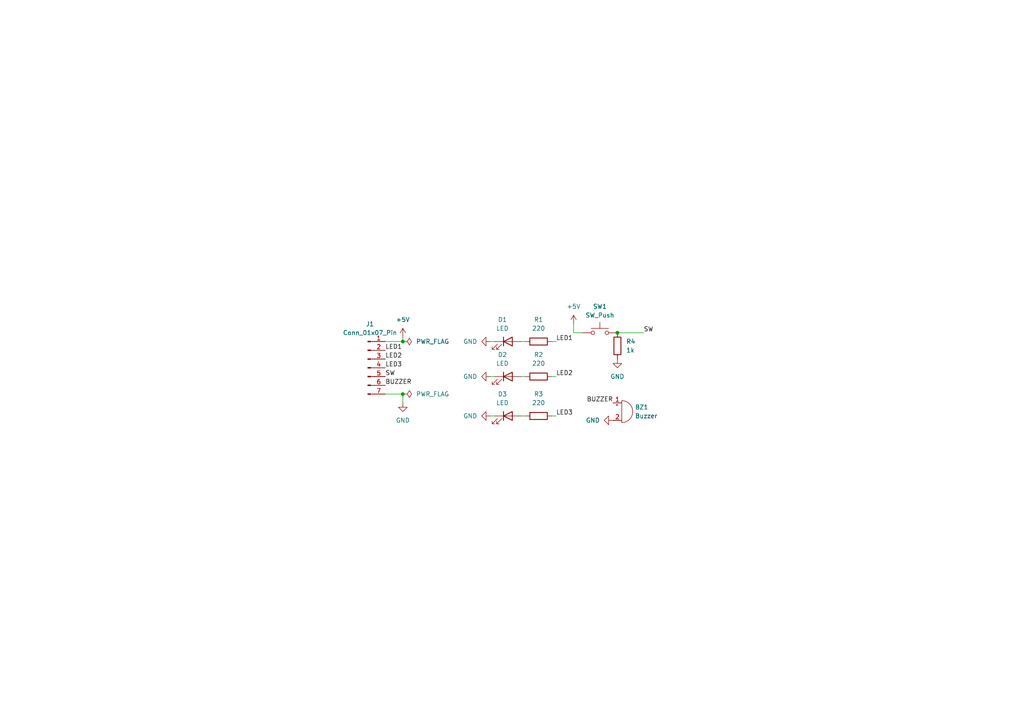
<source format=kicad_sch>
(kicad_sch (version 20230121) (generator eeschema)
  (paper "A4")
  (title_block (title "Activité Routage") (company "Ares") (comment 1 "THIONGANE Ousmane"))
  (lib_symbols
    (symbol "Connector:Conn_01x07_Pin" (pin_names (offset 1.016) hide)
      (property "Reference" "J" (at 0 10.16 0))
      (property "Value" "Conn_01x07_Pin" (at 0 -10.16 0))
      (symbol "Conn_01x07_Pin_1_1"
        (polyline (pts (xy 1.27 -7.62) (xy 0.8636 -7.62)) (stroke (width 0.1524)))
        (polyline (pts (xy 1.27 -5.08) (xy 0.8636 -5.08)) (stroke (width 0.1524)))
        (polyline (pts (xy 1.27 -2.54) (xy 0.8636 -2.54)) (stroke (width 0.1524)))
        (polyline (pts (xy 1.27 0) (xy 0.8636 0)) (stroke (width 0.1524)))
        (polyline (pts (xy 1.27 2.54) (xy 0.8636 2.54)) (stroke (width 0.1524)))
        (polyline (pts (xy 1.27 5.08) (xy 0.8636 5.08)) (stroke (width 0.1524)))
        (polyline (pts (xy 1.27 7.62) (xy 0.8636 7.62)) (stroke (width 0.1524)))
        (rectangle (start 0.8636 -7.493) (end 0 -7.747) (stroke (width 0.1524)) (fill (type outline)))
        (rectangle (start 0.8636 -4.953) (end 0 -5.207) (stroke (width 0.1524)) (fill (type outline)))
        (rectangle (start 0.8636 -2.413) (end 0 -2.667) (stroke (width 0.1524)) (fill (type outline)))
        (rectangle (start 0.8636 0.127) (end 0 -0.127) (stroke (width 0.1524)) (fill (type outline)))
        (rectangle (start 0.8636 2.667) (end 0 2.413) (stroke (width 0.1524)) (fill (type outline)))
        (rectangle (start 0.8636 5.207) (end 0 4.953) (stroke (width 0.1524)) (fill (type outline)))
        (rectangle (start 0.8636 7.747) (end 0 7.493) (stroke (width 0.1524)) (fill (type outline)))
        (pin passive line (at 5.08 7.62 180) (length 3.81) (name "Pin_1") (number "1"))
        (pin passive line (at 5.08 5.08 180) (length 3.81) (name "Pin_2") (number "2"))
        (pin passive line (at 5.08 2.54 180) (length 3.81) (name "Pin_3") (number "3"))
        (pin passive line (at 5.08 0 180) (length 3.81) (name "Pin_4") (number "4"))
        (pin passive line (at 5.08 -2.54 180) (length 3.81) (name "Pin_5") (number "5"))
        (pin passive line (at 5.08 -5.08 180) (length 3.81) (name "Pin_6") (number "6"))
        (pin passive line (at 5.08 -7.62 180) (length 3.81) (name "Pin_7") (number "7"))
      )
    )
    (symbol "Device:Buzzer" (pin_names (offset 0.0254) hide)
      (property "Reference" "BZ" (at 3.81 1.27 0))
      (property "Value" "Buzzer" (at 3.81 -1.27 0))
      (symbol "Buzzer_0_1"
        (arc (start 0 -3.175) (mid 3.1612 0) (end 0 3.175))
        (polyline (pts (xy -1.651 1.905) (xy -1.143 1.905)))
        (polyline (pts (xy -1.397 2.159) (xy -1.397 1.651)))
        (polyline (pts (xy 0 3.175) (xy 0 -3.175)))
      )
      (symbol "Buzzer_1_1"
        (pin passive line (at -2.54 2.54 0) (length 2.54) (name "-") (number "1"))
        (pin passive line (at -2.54 -2.54 0) (length 2.54) (name "+") (number "2"))
      )
    )
    (symbol "Device:LED" (pin_numbers hide) (pin_names (offset 1.016) hide)
      (property "Reference" "D" (at 0 2.54 0))
      (property "Value" "LED" (at 0 -2.54 0))
      (symbol "LED_0_1"
        (polyline (pts (xy -1.27 -1.27) (xy -1.27 1.27)) (stroke (width 0.254)))
        (polyline (pts (xy -1.27 0) (xy 1.27 0)))
        (polyline (pts (xy 1.27 -1.27) (xy 1.27 1.27) (xy -1.27 0) (xy 1.27 -1.27)) (stroke (width 0.254)))
        (polyline (pts (xy -3.048 -0.762) (xy -4.572 -2.286) (xy -3.81 -2.286) (xy -4.572 -2.286) (xy -4.572 -1.524)))
        (polyline (pts (xy -1.778 -0.762) (xy -3.302 -2.286) (xy -2.54 -2.286) (xy -3.302 -2.286) (xy -3.302 -1.524)))
      )
      (symbol "LED_1_1"
        (pin passive line (at -3.81 0 0) (length 2.54) (name "K") (number "1"))
        (pin passive line (at 3.81 0 180) (length 2.54) (name "A") (number "2"))
      )
    )
    (symbol "Device:R" (pin_numbers hide) (pin_names (offset 0))
      (property "Reference" "R" (at 2.032 0 90))
      (property "Value" "R" (at 0 0 90))
      (symbol "R_0_1"
        (rectangle (start -1.016 -2.54) (end 1.016 2.54) (stroke (width 0.254)))
      )
      (symbol "R_1_1"
        (pin passive line (at 0 3.81 270) (length 1.27) (name "~") (number "1"))
        (pin passive line (at 0 -3.81 90) (length 1.27) (name "~") (number "2"))
      )
    )
    (symbol "Switch:SW_Push" (pin_numbers hide) (pin_names (offset 1.016) hide)
      (property "Reference" "SW" (at 1.27 2.54 0))
      (property "Value" "SW_Push" (at 0 -1.524 0))
      (symbol "SW_Push_0_1"
        (circle (center -2.032 0) (radius 0.508))
        (polyline (pts (xy 0 1.27) (xy 0 3.048)))
        (polyline (pts (xy 2.54 1.27) (xy -2.54 1.27)))
        (circle (center 2.032 0) (radius 0.508))
        (pin passive line (at -5.08 0 0) (length 2.54) (name "1") (number "1"))
        (pin passive line (at 5.08 0 180) (length 2.54) (name "2") (number "2"))
      )
    )
    (symbol "power:+5V" (power) (pin_names (offset 0))
      (property "Value" "+5V" (at 0 3.556 0))
      (symbol "+5V_0_1"
        (polyline (pts (xy -0.762 1.27) (xy 0 2.54)))
        (polyline (pts (xy 0 0) (xy 0 2.54)))
        (polyline (pts (xy 0 2.54) (xy 0.762 1.27)))
      )
      (symbol "+5V_1_1"
        (pin power_in line (at 0 0 90) (length 0) hide (name "+5V") (number "1"))
      )
    )
    (symbol "power:GND" (power) (pin_names (offset 0))
      (property "Value" "GND" (at 0 -3.81 0))
      (symbol "GND_0_1"
        (polyline (pts (xy 0 0) (xy 0 -1.27) (xy 1.27 -1.27) (xy 0 -2.54) (xy -1.27 -1.27) (xy 0 -1.27)))
      )
      (symbol "GND_1_1"
        (pin power_in line (at 0 0 270) (length 0) hide (name "GND") (number "1"))
      )
    )
    (symbol "power:PWR_FLAG" (power) (pin_numbers hide) (pin_names (offset 0) hide)
      (property "Value" "PWR_FLAG" (at 0 3.81 0))
      (symbol "PWR_FLAG_0_0"
        (pin power_out line (at 0 0 90) (length 0) (name "pwr") (number "1"))
      )
      (symbol "PWR_FLAG_0_1"
        (polyline (pts (xy 0 0) (xy 0 1.27) (xy -1.016 1.905) (xy 0 2.54) (xy 1.016 1.905) (xy 0 1.27)))
      )
    )
  )
  (junction (at 116.84 114.3))
  (junction (at 116.84 99.06))
  (junction (at 179.07 96.52))
  (wire (pts (xy 142.24 99.06) (xy 143.51 99.06)))
  (wire (pts (xy 116.84 99.06) (xy 116.84 97.79)))
  (wire (pts (xy 151.13 99.06) (xy 152.4 99.06)))
  (wire (pts (xy 166.37 96.52) (xy 168.91 96.52)))
  (wire (pts (xy 116.84 114.3) (xy 116.84 116.84)))
  (wire (pts (xy 186.69 96.52) (xy 179.07 96.52)))
  (wire (pts (xy 166.37 93.98) (xy 166.37 96.52)))
  (wire (pts (xy 161.29 120.65) (xy 160.02 120.65)))
  (wire (pts (xy 111.76 114.3) (xy 116.84 114.3)))
  (wire (pts (xy 142.24 109.22) (xy 143.51 109.22)))
  (wire (pts (xy 111.76 99.06) (xy 116.84 99.06)))
  (wire (pts (xy 152.4 120.65) (xy 151.13 120.65)))
  (wire (pts (xy 161.29 109.22) (xy 160.02 109.22)))
  (wire (pts (xy 142.24 120.65) (xy 143.51 120.65)))
  (wire (pts (xy 161.29 99.06) (xy 160.02 99.06)))
  (wire (pts (xy 152.4 109.22) (xy 151.13 109.22)))
  (label "BUZZER" (at 177.8 116.84 180))
  (label "SW" (at 186.69 96.52 0))
  (label "LED2" (at 111.76 104.14 0))
  (label "BUZZER" (at 111.76 111.76 0))
  (label "LED1" (at 161.29 99.06 0))
  (label "LED1" (at 111.76 101.6 0))
  (label "LED3" (at 111.76 106.68 0))
  (label "SW" (at 111.76 109.22 0))
  (label "LED2" (at 161.29 109.22 0))
  (label "LED3" (at 161.29 120.65 0))
  (symbol (lib_id "Connector:Conn_01x07_Pin") (at 106.68 106.68 0) (unit 1)
    (property "Reference" "J1" (at 107.315 93.98 0))
    (property "Value" "Conn_01x07_Pin" (at 107.315 96.52 0))
    (property "Footprint" "Connector_PinHeader_2.54mm:PinHeader_1x07_P2.54mm_Vertical" (effects hide))
  )
  (symbol (lib_id "power:+5V") (at 166.37 93.98 0) (unit 1)
    (property "Reference" "#PWR08" (effects hide))
    (property "Value" "+5V" (at 166.37 88.9 0))
  )
  (symbol (lib_id "Device:R") (at 179.07 100.33 180) (unit 1)
    (property "Reference" "R4" (at 181.61 99.06 0) (effects (justify right)))
    (property "Value" "1k" (at 181.61 101.6 0) (effects (justify right)))
    (property "Footprint" "Resistor_SMD:R_0805_2012Metric" (effects hide))
  )
  (symbol (lib_id "Device:LED") (at 147.32 120.65 0) (unit 1)
    (property "Reference" "D3" (at 145.7325 114.3 0))
    (property "Value" "LED" (at 145.7325 116.84 0))
    (property "Footprint" "LED_THT:LED_D5.0mm_Clear" (effects hide))
  )
  (symbol (lib_id "Device:R") (at 156.21 120.65 90) (unit 1)
    (property "Reference" "R3" (at 156.21 114.3 90))
    (property "Value" "220" (at 156.21 116.84 90))
    (property "Footprint" "Resistor_SMD:R_0805_2012Metric" (effects hide))
  )
  (symbol (lib_id "power:GND") (at 142.24 109.22 270) (unit 1)
    (property "Reference" "#PWR04" (effects hide))
    (property "Value" "GND" (at 138.43 109.22 90) (effects (justify right)))
  )
  (symbol (lib_id "power:PWR_FLAG") (at 116.84 99.06 270) (unit 1)
    (property "Reference" "#FLG01" (effects hide))
    (property "Value" "PWR_FLAG" (at 120.65 99.06 90) (effects (justify left)))
  )
  (symbol (lib_id "Device:LED") (at 147.32 99.06 0) (unit 1)
    (property "Reference" "D1" (at 145.7325 92.71 0))
    (property "Value" "LED" (at 145.7325 95.25 0))
    (property "Footprint" "LED_THT:LED_D5.0mm_Clear" (effects hide))
  )
  (symbol (lib_id "power:GND") (at 142.24 120.65 270) (unit 1)
    (property "Reference" "#PWR05" (effects hide))
    (property "Value" "GND" (at 138.43 120.65 90) (effects (justify right)))
  )
  (symbol (lib_id "power:GND") (at 142.24 99.06 270) (unit 1)
    (property "Reference" "#PWR03" (effects hide))
    (property "Value" "GND" (at 138.43 99.06 90) (effects (justify right)))
  )
  (symbol (lib_id "Switch:SW_Push") (at 173.99 96.52 0) (unit 1)
    (property "Reference" "SW1" (at 173.99 88.9 0))
    (property "Value" "SW_Push" (at 173.99 91.44 0))
    (property "Footprint" "Button_Switch_THT:SW_PUSH_6mm_H5mm" (effects hide))
  )
  (symbol (lib_id "power:PWR_FLAG") (at 116.84 114.3 270) (unit 1)
    (property "Reference" "#FLG02" (effects hide))
    (property "Value" "PWR_FLAG" (at 120.65 114.3 90) (effects (justify left)))
  )
  (symbol (lib_id "Device:R") (at 156.21 99.06 90) (unit 1)
    (property "Reference" "R1" (at 156.21 92.71 90))
    (property "Value" "220" (at 156.21 95.25 90))
    (property "Footprint" "Resistor_SMD:R_0805_2012Metric" (effects hide))
  )
  (symbol (lib_id "power:GND") (at 179.07 104.14 0) (unit 1)
    (property "Reference" "#PWR06" (effects hide))
    (property "Value" "GND" (at 179.07 109.22 0))
  )
  (symbol (lib_id "power:+5V") (at 116.84 97.79 0) (unit 1)
    (property "Reference" "#PWR01" (effects hide))
    (property "Value" "+5V" (at 116.84 92.71 0))
  )
  (symbol (lib_id "power:GND") (at 177.8 121.92 270) (unit 1)
    (property "Reference" "#PWR07" (effects hide))
    (property "Value" "GND" (at 173.99 121.92 90) (effects (justify right)))
  )
  (symbol (lib_id "Device:R") (at 156.21 109.22 90) (unit 1)
    (property "Reference" "R2" (at 156.21 102.87 90))
    (property "Value" "220" (at 156.21 105.41 90))
    (property "Footprint" "Resistor_SMD:R_0805_2012Metric" (effects hide))
  )
  (symbol (lib_id "Device:Buzzer") (at 180.34 119.38 0) (unit 1)
    (property "Reference" "BZ1" (at 184.15 118.11 0) (effects (justify left)))
    (property "Value" "Buzzer" (at 184.15 120.65 0) (effects (justify left)))
    (property "Footprint" "Buzzer_Beeper:MagneticBuzzer_ProSignal_ABT-410-RC" (effects hide))
  )
  (symbol (lib_id "power:GND") (at 116.84 116.84 0) (unit 1)
    (property "Reference" "#PWR02" (effects hide))
    (property "Value" "GND" (at 116.84 121.92 0))
  )
  (symbol (lib_id "Device:LED") (at 147.32 109.22 0) (unit 1)
    (property "Reference" "D2" (at 145.7325 102.87 0))
    (property "Value" "LED" (at 145.7325 105.41 0))
    (property "Footprint" "LED_THT:LED_D5.0mm_Clear" (effects hide))
  )
)
</source>
